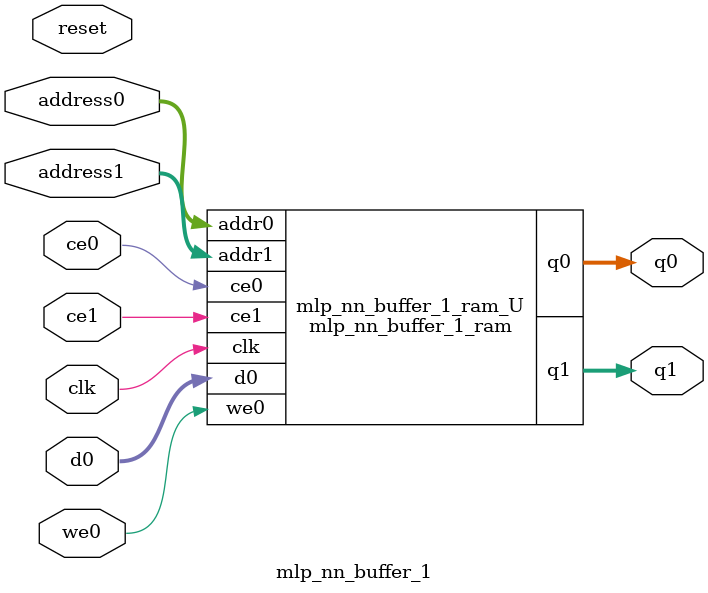
<source format=v>
`timescale 1 ns / 1 ps
module mlp_nn_buffer_1_ram (addr0, ce0, d0, we0, q0, addr1, ce1, q1,  clk);

parameter DWIDTH = 32;
parameter AWIDTH = 6;
parameter MEM_SIZE = 48;

input[AWIDTH-1:0] addr0;
input ce0;
input[DWIDTH-1:0] d0;
input we0;
output reg[DWIDTH-1:0] q0;
input[AWIDTH-1:0] addr1;
input ce1;
output reg[DWIDTH-1:0] q1;
input clk;

reg [DWIDTH-1:0] ram[0:MEM_SIZE-1];




always @(posedge clk)  
begin 
    if (ce0) begin
        if (we0) 
            ram[addr0] <= d0; 
        q0 <= ram[addr0];
    end
end


always @(posedge clk)  
begin 
    if (ce1) begin
        q1 <= ram[addr1];
    end
end


endmodule

`timescale 1 ns / 1 ps
module mlp_nn_buffer_1(
    reset,
    clk,
    address0,
    ce0,
    we0,
    d0,
    q0,
    address1,
    ce1,
    q1);

parameter DataWidth = 32'd32;
parameter AddressRange = 32'd48;
parameter AddressWidth = 32'd6;
input reset;
input clk;
input[AddressWidth - 1:0] address0;
input ce0;
input we0;
input[DataWidth - 1:0] d0;
output[DataWidth - 1:0] q0;
input[AddressWidth - 1:0] address1;
input ce1;
output[DataWidth - 1:0] q1;



mlp_nn_buffer_1_ram mlp_nn_buffer_1_ram_U(
    .clk( clk ),
    .addr0( address0 ),
    .ce0( ce0 ),
    .we0( we0 ),
    .d0( d0 ),
    .q0( q0 ),
    .addr1( address1 ),
    .ce1( ce1 ),
    .q1( q1 ));

endmodule


</source>
